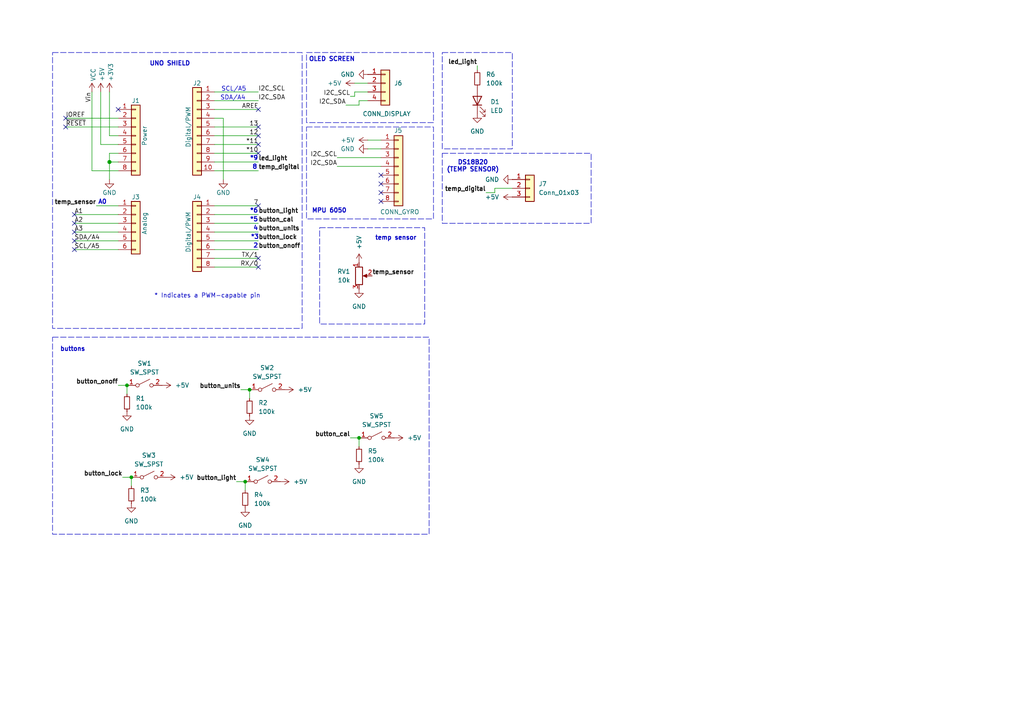
<source format=kicad_sch>
(kicad_sch (version 20231120) (generator "eeschema") (generator_version "8.0")
  (paper "A4")
  (title_block (title "Uno Shield ThermoPro") (date "2025-01-27") (rev "1.0") (company "Alexis Romo"))
  (lib_symbols
    (symbol "+5V_1" (power) (pin_numbers hide) (pin_names (offset 0) hide)
      (property "Value" "+5V" (at 0 3.556 0))
      (symbol "+5V_1_0_1"
        (polyline (pts (xy -0.762 1.27) (xy 0 2.54)))
        (polyline (pts (xy 0 0) (xy 0 2.54)))
        (polyline (pts (xy 0 2.54) (xy 0.762 1.27)))
      )
      (symbol "+5V_1_1_1"
        (pin power_in line (at 0 0 90) (length 0) (name "~") (number "1"))
      )
    )
    (symbol "Connector_Generic:Conn_01x03" (pin_names (offset 1.016) hide)
      (property "Reference" "J" (at 0 5.08 0))
      (property "Value" "Conn_01x03" (at 0 -5.08 0))
      (symbol "Conn_01x03_1_1"
        (rectangle (start -1.27 -2.413) (end 0 -2.667) (stroke (width 0.1524)))
        (rectangle (start -1.27 0.127) (end 0 -0.127) (stroke (width 0.1524)))
        (rectangle (start -1.27 2.667) (end 0 2.413) (stroke (width 0.1524)))
        (rectangle (start -1.27 3.81) (end 1.27 -3.81) (stroke (width 0.254)) (fill (type background)))
        (pin passive line (at -5.08 2.54 0) (length 3.81) (name "Pin_1") (number "1"))
        (pin passive line (at -5.08 0 0) (length 3.81) (name "Pin_2") (number "2"))
        (pin passive line (at -5.08 -2.54 0) (length 3.81) (name "Pin_3") (number "3"))
      )
    )
    (symbol "Connector_Generic:Conn_01x04" (pin_names (offset 1.016) hide)
      (property "Reference" "J" (at 0 5.08 0))
      (property "Value" "Conn_01x04" (at 0 -7.62 0))
      (symbol "Conn_01x04_1_1"
        (rectangle (start -1.27 -4.953) (end 0 -5.207) (stroke (width 0.1524)))
        (rectangle (start -1.27 -2.413) (end 0 -2.667) (stroke (width 0.1524)))
        (rectangle (start -1.27 0.127) (end 0 -0.127) (stroke (width 0.1524)))
        (rectangle (start -1.27 2.667) (end 0 2.413) (stroke (width 0.1524)))
        (rectangle (start -1.27 3.81) (end 1.27 -6.35) (stroke (width 0.254)) (fill (type background)))
        (pin passive line (at -5.08 2.54 0) (length 3.81) (name "Pin_1") (number "1"))
        (pin passive line (at -5.08 0 0) (length 3.81) (name "Pin_2") (number "2"))
        (pin passive line (at -5.08 -2.54 0) (length 3.81) (name "Pin_3") (number "3"))
        (pin passive line (at -5.08 -5.08 0) (length 3.81) (name "Pin_4") (number "4"))
      )
    )
    (symbol "Connector_Generic:Conn_01x06" (pin_names (offset 1.016) hide)
      (property "Reference" "J" (at 0 7.62 0))
      (property "Value" "Conn_01x06" (at 0 -10.16 0))
      (symbol "Conn_01x06_1_1"
        (rectangle (start -1.27 -7.493) (end 0 -7.747) (stroke (width 0.1524)))
        (rectangle (start -1.27 -4.953) (end 0 -5.207) (stroke (width 0.1524)))
        (rectangle (start -1.27 -2.413) (end 0 -2.667) (stroke (width 0.1524)))
        (rectangle (start -1.27 0.127) (end 0 -0.127) (stroke (width 0.1524)))
        (rectangle (start -1.27 2.667) (end 0 2.413) (stroke (width 0.1524)))
        (rectangle (start -1.27 5.207) (end 0 4.953) (stroke (width 0.1524)))
        (rectangle (start -1.27 6.35) (end 1.27 -8.89) (stroke (width 0.254)) (fill (type background)))
        (pin passive line (at -5.08 5.08 0) (length 3.81) (name "Pin_1") (number "1"))
        (pin passive line (at -5.08 2.54 0) (length 3.81) (name "Pin_2") (number "2"))
        (pin passive line (at -5.08 0 0) (length 3.81) (name "Pin_3") (number "3"))
        (pin passive line (at -5.08 -2.54 0) (length 3.81) (name "Pin_4") (number "4"))
        (pin passive line (at -5.08 -5.08 0) (length 3.81) (name "Pin_5") (number "5"))
        (pin passive line (at -5.08 -7.62 0) (length 3.81) (name "Pin_6") (number "6"))
      )
    )
    (symbol "Connector_Generic:Conn_01x08" (pin_names (offset 1.016) hide)
      (property "Reference" "J" (at 0 10.16 0))
      (property "Value" "Conn_01x08" (at 0 -12.7 0))
      (symbol "Conn_01x08_1_1"
        (rectangle (start -1.27 -10.033) (end 0 -10.287) (stroke (width 0.1524)))
        (rectangle (start -1.27 -7.493) (end 0 -7.747) (stroke (width 0.1524)))
        (rectangle (start -1.27 -4.953) (end 0 -5.207) (stroke (width 0.1524)))
        (rectangle (start -1.27 -2.413) (end 0 -2.667) (stroke (width 0.1524)))
        (rectangle (start -1.27 0.127) (end 0 -0.127) (stroke (width 0.1524)))
        (rectangle (start -1.27 2.667) (end 0 2.413) (stroke (width 0.1524)))
        (rectangle (start -1.27 5.207) (end 0 4.953) (stroke (width 0.1524)))
        (rectangle (start -1.27 7.747) (end 0 7.493) (stroke (width 0.1524)))
        (rectangle (start -1.27 8.89) (end 1.27 -11.43) (stroke (width 0.254)) (fill (type background)))
        (pin passive line (at -5.08 7.62 0) (length 3.81) (name "Pin_1") (number "1"))
        (pin passive line (at -5.08 5.08 0) (length 3.81) (name "Pin_2") (number "2"))
        (pin passive line (at -5.08 2.54 0) (length 3.81) (name "Pin_3") (number "3"))
        (pin passive line (at -5.08 0 0) (length 3.81) (name "Pin_4") (number "4"))
        (pin passive line (at -5.08 -2.54 0) (length 3.81) (name "Pin_5") (number "5"))
        (pin passive line (at -5.08 -5.08 0) (length 3.81) (name "Pin_6") (number "6"))
        (pin passive line (at -5.08 -7.62 0) (length 3.81) (name "Pin_7") (number "7"))
        (pin passive line (at -5.08 -10.16 0) (length 3.81) (name "Pin_8") (number "8"))
      )
    )
    (symbol "Connector_Generic:Conn_01x10" (pin_names (offset 1.016) hide)
      (property "Reference" "J" (at 0 12.7 0))
      (property "Value" "Conn_01x10" (at 0 -15.24 0))
      (symbol "Conn_01x10_1_1"
        (rectangle (start -1.27 -12.573) (end 0 -12.827) (stroke (width 0.1524)))
        (rectangle (start -1.27 -10.033) (end 0 -10.287) (stroke (width 0.1524)))
        (rectangle (start -1.27 -7.493) (end 0 -7.747) (stroke (width 0.1524)))
        (rectangle (start -1.27 -4.953) (end 0 -5.207) (stroke (width 0.1524)))
        (rectangle (start -1.27 -2.413) (end 0 -2.667) (stroke (width 0.1524)))
        (rectangle (start -1.27 0.127) (end 0 -0.127) (stroke (width 0.1524)))
        (rectangle (start -1.27 2.667) (end 0 2.413) (stroke (width 0.1524)))
        (rectangle (start -1.27 5.207) (end 0 4.953) (stroke (width 0.1524)))
        (rectangle (start -1.27 7.747) (end 0 7.493) (stroke (width 0.1524)))
        (rectangle (start -1.27 10.287) (end 0 10.033) (stroke (width 0.1524)))
        (rectangle (start -1.27 11.43) (end 1.27 -13.97) (stroke (width 0.254)) (fill (type background)))
        (pin passive line (at -5.08 10.16 0) (length 3.81) (name "Pin_1") (number "1"))
        (pin passive line (at -5.08 -12.7 0) (length 3.81) (name "Pin_10") (number "10"))
        (pin passive line (at -5.08 7.62 0) (length 3.81) (name "Pin_2") (number "2"))
        (pin passive line (at -5.08 5.08 0) (length 3.81) (name "Pin_3") (number "3"))
        (pin passive line (at -5.08 2.54 0) (length 3.81) (name "Pin_4") (number "4"))
        (pin passive line (at -5.08 0 0) (length 3.81) (name "Pin_5") (number "5"))
        (pin passive line (at -5.08 -2.54 0) (length 3.81) (name "Pin_6") (number "6"))
        (pin passive line (at -5.08 -5.08 0) (length 3.81) (name "Pin_7") (number "7"))
        (pin passive line (at -5.08 -7.62 0) (length 3.81) (name "Pin_8") (number "8"))
        (pin passive line (at -5.08 -10.16 0) (length 3.81) (name "Pin_9") (number "9"))
      )
    )
    (symbol "Device:LED" (pin_numbers hide) (pin_names (offset 1.016) hide)
      (property "Reference" "D" (at 0 2.54 0))
      (property "Value" "LED" (at 0 -2.54 0))
      (symbol "LED_0_1"
        (polyline (pts (xy -1.27 -1.27) (xy -1.27 1.27)) (stroke (width 0.254)))
        (polyline (pts (xy -1.27 0) (xy 1.27 0)))
        (polyline (pts (xy 1.27 -1.27) (xy 1.27 1.27) (xy -1.27 0) (xy 1.27 -1.27)) (stroke (width 0.254)))
        (polyline (pts (xy -3.048 -0.762) (xy -4.572 -2.286) (xy -3.81 -2.286) (xy -4.572 -2.286) (xy -4.572 -1.524)))
        (polyline (pts (xy -1.778 -0.762) (xy -3.302 -2.286) (xy -2.54 -2.286) (xy -3.302 -2.286) (xy -3.302 -1.524)))
      )
      (symbol "LED_1_1"
        (pin passive line (at -3.81 0 0) (length 2.54) (name "K") (number "1"))
        (pin passive line (at 3.81 0 180) (length 2.54) (name "A") (number "2"))
      )
    )
    (symbol "Device:R_Potentiometer" (pin_names (offset 1.016) hide)
      (property "Reference" "RV" (at -4.445 0 90))
      (property "Value" "R_Potentiometer" (at -2.54 0 90))
      (symbol "R_Potentiometer_0_1"
        (polyline (pts (xy 2.54 0) (xy 1.524 0)))
        (polyline (pts (xy 1.143 0) (xy 2.286 0.508) (xy 2.286 -0.508) (xy 1.143 0)) (fill (type outline)))
        (rectangle (start 1.016 2.54) (end -1.016 -2.54) (stroke (width 0.254)))
      )
      (symbol "R_Potentiometer_1_1"
        (pin passive line (at 0 3.81 270) (length 1.27) (name "1") (number "1"))
        (pin passive line (at 3.81 0 180) (length 1.27) (name "2") (number "2"))
        (pin passive line (at 0 -3.81 90) (length 1.27) (name "3") (number "3"))
      )
    )
    (symbol "Device:R_Small" (pin_numbers hide) (pin_names (offset 0.254) hide)
      (property "Reference" "R" (at 0.762 0.508 0))
      (property "Value" "R_Small" (at 0.762 -1.016 0))
      (symbol "R_Small_0_1"
        (rectangle (start -0.762 1.778) (end 0.762 -1.778) (stroke (width 0.2032)))
      )
      (symbol "R_Small_1_1"
        (pin passive line (at 0 2.54 270) (length 0.762) (name "~") (number "1"))
        (pin passive line (at 0 -2.54 90) (length 0.762) (name "~") (number "2"))
      )
    )
    (symbol "GND_1" (power) (pin_numbers hide) (pin_names (offset 0) hide)
      (property "Value" "GND" (at 0 -3.81 0))
      (symbol "GND_1_0_1"
        (polyline (pts (xy 0 0) (xy 0 -1.27) (xy 1.27 -1.27) (xy 0 -2.54) (xy -1.27 -1.27) (xy 0 -1.27)))
      )
      (symbol "GND_1_1_1"
        (pin power_in line (at 0 0 270) (length 0) (name "~") (number "1"))
      )
    )
    (symbol "Switch:SW_SPST" (pin_names (offset 0) hide)
      (property "Reference" "SW" (at 0 3.175 0))
      (property "Value" "SW_SPST" (at 0 -2.54 0))
      (symbol "SW_SPST_0_0"
        (circle (center -2.032 0) (radius 0.508))
        (polyline (pts (xy -1.524 0.254) (xy 1.524 1.778)))
        (circle (center 2.032 0) (radius 0.508))
      )
      (symbol "SW_SPST_1_1"
        (pin passive line (at -5.08 0 0) (length 2.54) (name "A") (number "1"))
        (pin passive line (at 5.08 0 180) (length 2.54) (name "B") (number "2"))
      )
    )
    (symbol "power:+3V3" (power) (pin_names (offset 0))
      (property "Value" "+3V3" (at 0 3.556 0))
      (symbol "+3V3_0_1"
        (polyline (pts (xy -0.762 1.27) (xy 0 2.54)))
        (polyline (pts (xy 0 0) (xy 0 2.54)))
        (polyline (pts (xy 0 2.54) (xy 0.762 1.27)))
      )
      (symbol "+3V3_1_1"
        (pin power_in line (at 0 0 90) (length 0) hide (name "+3V3") (number "1"))
      )
    )
    (symbol "power:+5V" (power) (pin_names (offset 0))
      (property "Value" "+5V" (at 0 3.556 0))
      (symbol "+5V_0_1"
        (polyline (pts (xy -0.762 1.27) (xy 0 2.54)))
        (polyline (pts (xy 0 0) (xy 0 2.54)))
        (polyline (pts (xy 0 2.54) (xy 0.762 1.27)))
      )
      (symbol "+5V_1_1"
        (pin power_in line (at 0 0 90) (length 0) hide (name "+5V") (number "1"))
      )
    )
    (symbol "power:GND" (power) (pin_names (offset 0))
      (property "Value" "GND" (at 0 -3.81 0))
      (symbol "GND_0_1"
        (polyline (pts (xy 0 0) (xy 0 -1.27) (xy 1.27 -1.27) (xy 0 -2.54) (xy -1.27 -1.27) (xy 0 -1.27)))
      )
      (symbol "GND_1_1"
        (pin power_in line (at 0 0 270) (length 0) hide (name "GND") (number "1"))
      )
    )
    (symbol "power:VCC" (power) (pin_names (offset 0))
      (property "Value" "VCC" (at 0 3.81 0))
      (symbol "VCC_0_1"
        (polyline (pts (xy -0.762 1.27) (xy 0 2.54)))
        (polyline (pts (xy 0 0) (xy 0 2.54)))
        (polyline (pts (xy 0 2.54) (xy 0.762 1.27)))
      )
      (symbol "VCC_1_1"
        (pin power_in line (at 0 0 90) (length 0) hide (name "VCC") (number "1"))
      )
    )
  )
  (junction (at 71.12 139.7))
  (junction (at 31.75 46.99) (diameter 1.016))
  (junction (at 36.83 111.76))
  (junction (at 38.1 138.43))
  (junction (at 104.14 127))
  (junction (at 72.39 113.03))
  (no_connect (at 110.49 55.88))
  (no_connect (at 21.59 69.85))
  (no_connect (at 74.93 31.75))
  (no_connect (at 74.93 44.45))
  (no_connect (at 110.49 50.8))
  (no_connect (at 21.59 64.77))
  (no_connect (at 74.93 41.91))
  (no_connect (at 110.49 58.42))
  (no_connect (at 74.93 77.47))
  (no_connect (at 74.93 39.37))
  (no_connect (at 110.49 53.34))
  (no_connect (at 19.05 36.83))
  (no_connect (at 74.93 36.83))
  (no_connect (at 74.93 59.69))
  (no_connect (at 21.59 62.23))
  (no_connect (at 34.29 31.75))
  (no_connect (at 21.59 67.31))
  (no_connect (at 19.05 34.29))
  (no_connect (at 74.93 74.93))
  (no_connect (at 21.59 72.39))
  (wire (pts (xy 62.23 77.47) (xy 74.93 77.47)))
  (wire (pts (xy 102.87 26.67) (xy 106.68 26.67)))
  (wire (pts (xy 62.23 44.45) (xy 74.93 44.45)))
  (wire (pts (xy 62.23 26.67) (xy 74.93 26.67)))
  (wire (pts (xy 101.6 27.94) (xy 102.87 27.94)))
  (wire (pts (xy 31.75 44.45) (xy 31.75 46.99)))
  (wire (pts (xy 102.87 24.13) (xy 106.68 24.13)))
  (wire (pts (xy 21.59 72.39) (xy 34.29 72.39)))
  (wire (pts (xy 72.39 113.03) (xy 72.39 115.57)))
  (wire (pts (xy 138.43 19.05) (xy 138.43 20.32)))
  (wire (pts (xy 31.75 46.99) (xy 31.75 52.07)))
  (wire (pts (xy 71.12 139.7) (xy 71.12 142.24)))
  (wire (pts (xy 31.75 39.37) (xy 34.29 39.37)))
  (wire (pts (xy 29.21 41.91) (xy 34.29 41.91)))
  (wire (pts (xy 29.21 26.67) (xy 29.21 41.91)))
  (wire (pts (xy 35.56 138.43) (xy 38.1 138.43)))
  (wire (pts (xy 104.14 29.21) (xy 104.14 30.48)))
  (wire (pts (xy 62.23 36.83) (xy 74.93 36.83)))
  (wire (pts (xy 31.75 26.67) (xy 31.75 39.37)))
  (wire (pts (xy 62.23 59.69) (xy 74.93 59.69)))
  (wire (pts (xy 143.51 54.61) (xy 148.59 54.61)))
  (wire (pts (xy 34.29 59.69) (xy 27.94 59.69)))
  (wire (pts (xy 62.23 39.37) (xy 74.93 39.37)))
  (wire (pts (xy 62.23 62.23) (xy 74.93 62.23)))
  (wire (pts (xy 62.23 46.99) (xy 74.93 46.99)))
  (wire (pts (xy 62.23 67.31) (xy 74.93 67.31)))
  (wire (pts (xy 19.05 34.29) (xy 34.29 34.29)))
  (wire (pts (xy 143.51 55.88) (xy 143.51 54.61)))
  (wire (pts (xy 64.77 34.29) (xy 64.77 52.07)))
  (wire (pts (xy 104.14 127) (xy 104.14 129.54)))
  (wire (pts (xy 62.23 31.75) (xy 74.93 31.75)))
  (wire (pts (xy 38.1 138.43) (xy 38.1 140.97)))
  (wire (pts (xy 34.29 64.77) (xy 21.59 64.77)))
  (wire (pts (xy 19.05 36.83) (xy 34.29 36.83)))
  (wire (pts (xy 102.87 27.94) (xy 102.87 26.67)))
  (wire (pts (xy 34.29 46.99) (xy 31.75 46.99)))
  (wire (pts (xy 34.29 111.76) (xy 36.83 111.76)))
  (wire (pts (xy 34.29 49.53) (xy 26.67 49.53)))
  (wire (pts (xy 101.6 127) (xy 104.14 127)))
  (wire (pts (xy 21.59 62.23) (xy 34.29 62.23)))
  (wire (pts (xy 36.83 111.76) (xy 36.83 114.3)))
  (wire (pts (xy 62.23 34.29) (xy 64.77 34.29)))
  (wire (pts (xy 106.68 43.18) (xy 110.49 43.18)))
  (wire (pts (xy 34.29 44.45) (xy 31.75 44.45)))
  (wire (pts (xy 106.68 29.21) (xy 104.14 29.21)))
  (wire (pts (xy 62.23 41.91) (xy 74.93 41.91)))
  (wire (pts (xy 140.97 55.88) (xy 143.51 55.88)))
  (wire (pts (xy 62.23 64.77) (xy 74.93 64.77)))
  (wire (pts (xy 21.59 67.31) (xy 34.29 67.31)))
  (wire (pts (xy 106.68 40.64) (xy 110.49 40.64)))
  (wire (pts (xy 62.23 29.21) (xy 74.93 29.21)))
  (wire (pts (xy 62.23 72.39) (xy 74.93 72.39)))
  (wire (pts (xy 104.14 30.48) (xy 100.33 30.48)))
  (wire (pts (xy 62.23 69.85) (xy 74.93 69.85)))
  (wire (pts (xy 97.79 45.72) (xy 110.49 45.72)))
  (wire (pts (xy 97.79 48.26) (xy 110.49 48.26)))
  (wire (pts (xy 68.58 139.7) (xy 71.12 139.7)))
  (wire (pts (xy 69.85 113.03) (xy 72.39 113.03)))
  (wire (pts (xy 62.23 74.93) (xy 74.93 74.93)))
  (wire (pts (xy 26.67 49.53) (xy 26.67 26.67)))
  (wire (pts (xy 34.29 69.85) (xy 21.59 69.85)))
  (wire (pts (xy 62.23 49.53) (xy 74.93 49.53)))
  (rectangle (start 15.24 15.24) (end 87.63 95.25) (stroke (width 0) (type dash)))
  (rectangle (start 128.27 44.45) (end 171.45 64.77) (stroke (width 0) (type dash)))
  (rectangle (start 15.24 97.79) (end 124.46 154.94) (stroke (width 0) (type dash)))
  (rectangle (start 128.27 15.24) (end 148.59 43.18) (stroke (width 0) (type dash)))
  (rectangle (start 88.9 15.24) (end 125.73 35.56) (stroke (width 0) (type dash)))
  (rectangle (start 92.71 66.04) (end 123.19 93.98) (stroke (width 0) (type dash)))
  (rectangle (start 113.03 154.94) (end 114.3 154.94))
  (rectangle (start 88.9 36.83) (end 125.73 63.5) (stroke (width 0) (type dash)))
  (text "buttons" (at 21.082 101.346 0) (effects (font (size 1.27 1.27) (thickness 0.254) (bold yes))))
  (text "*5" (at 73.66 63.754 0) (effects (font (size 1.27 1.27) (thickness 0.254) (bold yes))))
  (text "OLED SCREEN" (at 96.266 17.272 0) (effects (font (size 1.27 1.27) (thickness 0.254) (bold yes))))
  (text "SDA/A4" (at 67.564 28.448 0) (effects (font (size 1.27 1.27))))
  (text "UNO SHIELD" (at 49.276 18.542 0) (effects (font (size 1.27 1.27) (thickness 0.254) (bold yes))))
  (text "4" (at 74.168 66.294 0) (effects (font (size 1.27 1.27) (thickness 0.254) (bold yes))))
  (text "*9" (at 73.66 45.974 0) (effects (font (size 1.27 1.27) (thickness 0.254) (bold yes))))
  (text "2" (at 74.168 71.374 0) (effects (font (size 1.27 1.27) (thickness 0.254) (bold yes))))
  (text "SCL/A5" (at 67.818 25.908 0) (effects (font (size 1.27 1.27))))
  (text "MPU 6050" (at 95.504 61.214 0) (effects (font (size 1.27 1.27) (thickness 0.254) (bold yes))))
  (text "*3" (at 73.914 68.834 0) (effects (font (size 1.27 1.27) (thickness 0.254) (bold yes))))
  (text "8" (at 73.914 48.514 0) (effects (font (size 1.27 1.27) (thickness 0.254) (bold yes))))
  (text "* Indicates a PWM-capable pin" (at 44.704 86.614 0) (effects (font (size 1.27 1.27)) (justify left bottom)))
  (text "*6" (at 73.66 61.214 0) (effects (font (size 1.27 1.27) (thickness 0.254) (bold yes))))
  (text "DS18B20\n(TEMP SENSOR)" (at 137.16 48.26 0) (effects (font (size 1.27 1.27) (thickness 0.254) (bold yes))))
  (text "temp sensor" (at 114.808 69.088 0) (effects (font (size 1.27 1.27) (thickness 0.254) (bold yes))))
  (text "A0" (at 29.718 58.674 0) (effects (font (size 1.27 1.27) (thickness 0.254) (bold yes))))
  (label "led_light" (at 138.43 19.05 180) (effects (font (thickness 0.254) (bold yes))))
  (label "RX{slash}0" (at 74.93 77.47 180))
  (label "button_units" (at 69.85 113.03 180) (effects (font (thickness 0.254) (bold yes))))
  (label "A2" (at 21.59 64.77 0))
  (label "I2C_SCL" (at 101.6 27.94 180))
  (label "temp_sensor" (at 27.94 59.69 180) (effects (font (thickness 0.254) (bold yes))))
  (label "A3" (at 21.59 67.31 0))
  (label "13" (at 74.93 36.83 180))
  (label "button_lock" (at 35.56 138.43 180) (effects (font (thickness 0.254) (bold yes))))
  (label "12" (at 74.93 39.37 180))
  (label "button_units" (at 74.93 67.31 0) (effects (font (thickness 0.254) (bold yes))))
  (label "~{RESET}" (at 19.05 36.83 0))
  (label "*10" (at 74.93 44.45 180))
  (label "button_light" (at 74.93 62.23 0) (effects (font (thickness 0.254) (bold yes))))
  (label "temp_digital" (at 74.93 49.53 0) (effects (font (thickness 0.254) (bold yes))))
  (label "button_cal" (at 101.6 127 180) (effects (font (thickness 0.254) (bold yes))))
  (label "temp_digital" (at 140.97 55.88 180) (effects (font (thickness 0.254) (bold yes))))
  (label "button_lock" (at 74.93 69.85 0) (effects (font (thickness 0.254) (bold yes))))
  (label "7" (at 74.93 59.69 180))
  (label "button_onoff" (at 74.93 72.39 0) (effects (font (thickness 0.254) (bold yes))))
  (label "I2C_SDA" (at 97.79 48.26 180))
  (label "*11" (at 74.93 41.91 180))
  (label "button_onoff" (at 34.29 111.76 180) (effects (font (thickness 0.254) (bold yes))))
  (label "I2C_SDA" (at 100.33 30.48 180))
  (label "A1" (at 21.59 62.23 0))
  (label "button_cal" (at 74.93 64.77 0) (effects (font (thickness 0.254) (bold yes))))
  (label "TX{slash}1" (at 74.93 74.93 180))
  (label "led_light" (at 74.93 46.99 0) (effects (font (thickness 0.254) (bold yes))))
  (label "AREF" (at 74.93 31.75 180))
  (label "Vin" (at 26.67 26.67 270))
  (label "I2C_SCL" (at 97.79 45.72 180))
  (label "button_light" (at 68.58 139.7 180) (effects (font (thickness 0.254) (bold yes))))
  (label "IOREF" (at 19.05 34.29 0))
  (label "I2C_SCL" (at 74.93 26.67 0))
  (label "I2C_SDA" (at 74.93 29.21 0))
  (label "SDA{slash}A4" (at 21.59 69.85 0))
  (label "SCL{slash}A5" (at 21.59 72.39 0))
  (label "temp_sensor" (at 107.95 80.01 0) (effects (font (thickness 0.254) (bold yes))))
  (symbol (lib_id "Connector_Generic:Conn_01x08") (at 39.37 39.37 0) (unit 1)
    (property "Reference" "J1" (at 39.37 29.21 0))
    (property "Value" "Power" (at 41.91 39.37 90))
    (property "Footprint" "Connector_PinSocket_2.54mm:PinSocket_1x08_P2.54mm_Vertical" (effects (hide yes)))
  )
  (symbol (lib_id "power:+3V3") (at 31.75 26.67 0) (unit 1)
    (property "Reference" "#PWR03" (effects (hide yes)))
    (property "Value" "+3V3" (at 32.131 23.622 90) (effects (justify left)))
  )
  (symbol (lib_id "power:+5V") (at 29.21 26.67 0) (unit 1)
    (property "Reference" "#PWR02" (effects (hide yes)))
    (property "Value" "+5V" (at 29.5656 23.622 90) (effects (justify left)))
  )
  (symbol (lib_id "power:GND") (at 31.75 52.07 0) (unit 1)
    (property "Reference" "#PWR04" (effects (hide yes)))
    (property "Value" "GND" (at 31.75 55.88 0))
  )
  (symbol (lib_id "Connector_Generic:Conn_01x10") (at 57.15 36.83 0) (mirror y) (unit 1)
    (property "Reference" "J2" (at 57.15 24.13 0))
    (property "Value" "Digital/PWM" (at 54.61 36.83 90))
    (property "Footprint" "Connector_PinSocket_2.54mm:PinSocket_1x10_P2.54mm_Vertical" (effects (hide yes)))
  )
  (symbol (lib_id "power:GND") (at 64.77 52.07 0) (unit 1)
    (property "Reference" "#PWR05" (effects (hide yes)))
    (property "Value" "GND" (at 64.77 55.88 0))
  )
  (symbol (lib_id "Connector_Generic:Conn_01x06") (at 39.37 64.77 0) (unit 1)
    (property "Reference" "J3" (at 39.37 57.15 0))
    (property "Value" "Analog" (at 41.91 64.77 90))
    (property "Footprint" "Connector_PinSocket_2.54mm:PinSocket_1x06_P2.54mm_Vertical" (effects (hide yes)))
  )
  (symbol (lib_id "Connector_Generic:Conn_01x08") (at 57.15 67.31 0) (mirror y) (unit 1)
    (property "Reference" "J4" (at 57.15 57.15 0))
    (property "Value" "Digital/PWM" (at 54.61 67.31 90))
    (property "Footprint" "Connector_PinSocket_2.54mm:PinSocket_1x08_P2.54mm_Vertical" (effects (hide yes)))
  )
  (symbol (lib_id "Switch:SW_SPST") (at 109.22 127 0) (unit 1)
    (property "Reference" "SW5" (at 109.22 120.65 0))
    (property "Value" "SW_SPST" (at 109.22 123.19 0))
    (property "Footprint" "Button_Switch_THT:SW_PUSH_6mm" (effects (hide yes)))
    (property "Description" "Single Pole Single Throw (SPST) switch" (effects (hide yes)))
  )
  (symbol (lib_name "GND_1") (lib_id "power:GND") (at 71.12 147.32 0) (unit 1)
    (property "Reference" "#PWR016" (effects (hide yes)))
    (property "Value" "GND" (at 71.12 152.4 0))
    (property "Description" "Power symbol creates a global label with name \"GND\" , ground" (effects (hide yes)))
  )
  (symbol (lib_name "GND_1") (lib_id "power:GND") (at 106.68 21.59 270) (unit 1)
    (property "Reference" "#PWR09" (effects (hide yes)))
    (property "Value" "GND" (at 102.87 21.5899 90) (effects (justify right)))
    (property "Description" "Power symbol creates a global label with name \"GND\" , ground" (effects (hide yes)))
  )
  (symbol (lib_id "Device:R_Small") (at 104.14 132.08 0) (unit 1)
    (property "Reference" "R5" (at 106.68 130.8099 0) (effects (justify left)))
    (property "Value" "100k" (at 106.68 133.3499 0) (effects (justify left)))
    (property "Footprint" "Resistor_THT:R_Axial_DIN0207_L6.3mm_D2.5mm_P10.16mm_Horizontal" (effects (hide yes)))
    (property "Description" "Resistor, small symbol" (effects (hide yes)))
  )
  (symbol (lib_id "Connector_Generic:Conn_01x08") (at 115.57 48.26 0) (unit 1)
    (property "Reference" "J5" (at 114.3 37.846 0) (effects (justify left)))
    (property "Value" "CONN_GYRO" (at 110.236 61.468 0) (effects (justify left)))
    (property "Footprint" "Connector_PinSocket_2.54mm:PinSocket_1x08_P2.54mm_Vertical" (effects (hide yes)))
    (property "Description" "Generic connector, single row, 01x08, script generated (kicad-library-utils/schlib/autogen/connector/)" (effects (hide yes)))
  )
  (symbol (lib_name "+5V_1") (lib_id "power:+5V") (at 81.28 139.7 270) (unit 1)
    (property "Reference" "#PWR017" (effects (hide yes)))
    (property "Value" "+5V" (at 85.09 139.6999 90) (effects (justify left)))
    (property "Description" "Power symbol creates a global label with name \"+5V\"" (effects (hide yes)))
  )
  (symbol (lib_name "GND_1") (lib_id "power:GND") (at 38.1 146.05 0) (unit 1)
    (property "Reference" "#PWR014" (effects (hide yes)))
    (property "Value" "GND" (at 38.1 151.13 0))
    (property "Description" "Power symbol creates a global label with name \"GND\" , ground" (effects (hide yes)))
  )
  (symbol (lib_id "Connector_Generic:Conn_01x04") (at 111.76 24.13 0) (unit 1)
    (property "Reference" "J6" (at 114.3 24.1299 0) (effects (justify left)))
    (property "Value" "CONN_DISPLAY" (at 105.156 33.02 0) (effects (justify left)))
    (property "Footprint" "Connector_PinSocket_2.54mm:PinSocket_1x04_P2.54mm_Vertical" (effects (hide yes)))
    (property "Description" "Generic connector, single row, 01x04, script generated (kicad-library-utils/schlib/autogen/connector/)" (effects (hide yes)))
  )
  (symbol (lib_name "+5V_1") (lib_id "power:+5V") (at 106.68 40.64 90) (unit 1)
    (property "Reference" "#PWR06" (effects (hide yes)))
    (property "Value" "+5V" (at 102.87 40.6399 90) (effects (justify left)))
    (property "Description" "Power symbol creates a global label with name \"+5V\"" (effects (hide yes)))
  )
  (symbol (lib_name "+5V_1") (lib_id "power:+5V") (at 114.3 127 270) (unit 1)
    (property "Reference" "#PWR019" (effects (hide yes)))
    (property "Value" "+5V" (at 118.11 126.9999 90) (effects (justify left)))
    (property "Description" "Power symbol creates a global label with name \"+5V\"" (effects (hide yes)))
  )
  (symbol (lib_name "GND_1") (lib_id "power:GND") (at 148.59 52.07 270) (unit 1)
    (property "Reference" "#PWR024" (effects (hide yes)))
    (property "Value" "GND" (at 144.78 52.0699 90) (effects (justify right)))
    (property "Description" "Power symbol creates a global label with name \"GND\" , ground" (effects (hide yes)))
  )
  (symbol (lib_id "Switch:SW_SPST") (at 41.91 111.76 0) (unit 1)
    (property "Reference" "SW1" (at 41.91 105.41 0))
    (property "Value" "SW_SPST" (at 41.91 107.95 0))
    (property "Footprint" "Button_Switch_THT:SW_PUSH_6mm" (effects (hide yes)))
    (property "Description" "Single Pole Single Throw (SPST) switch" (effects (hide yes)))
  )
  (symbol (lib_id "Switch:SW_SPST") (at 76.2 139.7 0) (unit 1)
    (property "Reference" "SW4" (at 76.2 133.35 0))
    (property "Value" "SW_SPST" (at 76.2 135.89 0))
    (property "Footprint" "Button_Switch_THT:SW_PUSH_6mm" (effects (hide yes)))
    (property "Description" "Single Pole Single Throw (SPST) switch" (effects (hide yes)))
  )
  (symbol (lib_id "power:VCC") (at 26.67 26.67 0) (unit 1)
    (property "Reference" "#PWR01" (effects (hide yes)))
    (property "Value" "VCC" (at 27.051 23.622 90) (effects (justify left)))
  )
  (symbol (lib_name "+5V_1") (lib_id "power:+5V") (at 48.26 138.43 270) (unit 1)
    (property "Reference" "#PWR015" (effects (hide yes)))
    (property "Value" "+5V" (at 52.07 138.4299 90) (effects (justify left)))
    (property "Description" "Power symbol creates a global label with name \"+5V\"" (effects (hide yes)))
  )
  (symbol (lib_id "Device:R_Potentiometer") (at 104.14 80.01 0) (unit 1)
    (property "Reference" "RV1" (at 101.6 78.7399 0) (effects (justify right)))
    (property "Value" "10k" (at 101.6 81.2799 0) (effects (justify right)))
    (property "Footprint" "Potentiometer_THT:Potentiometer_Bourns_3386P_Vertical" (effects (hide yes)))
    (property "Description" "Potentiometer" (effects (hide yes)))
  )
  (symbol (lib_id "Device:R_Small") (at 72.39 118.11 0) (unit 1)
    (property "Reference" "R2" (at 74.93 116.8399 0) (effects (justify left)))
    (property "Value" "100k" (at 74.93 119.3799 0) (effects (justify left)))
    (property "Footprint" "Resistor_THT:R_Axial_DIN0207_L6.3mm_D2.5mm_P10.16mm_Horizontal" (effects (hide yes)))
    (property "Description" "Resistor, small symbol" (effects (hide yes)))
  )
  (symbol (lib_id "Device:R_Small") (at 36.83 116.84 0) (unit 1)
    (property "Reference" "R1" (at 39.37 115.5699 0) (effects (justify left)))
    (property "Value" "100k" (at 39.37 118.1099 0) (effects (justify left)))
    (property "Footprint" "Resistor_THT:R_Axial_DIN0207_L6.3mm_D2.5mm_P10.16mm_Horizontal" (effects (hide yes)))
    (property "Description" "Resistor, small symbol" (effects (hide yes)))
  )
  (symbol (lib_name "+5V_1") (lib_id "power:+5V") (at 46.99 111.76 270) (unit 1)
    (property "Reference" "#PWR011" (effects (hide yes)))
    (property "Value" "+5V" (at 50.8 111.7599 90) (effects (justify left)))
    (property "Description" "Power symbol creates a global label with name \"+5V\"" (effects (hide yes)))
  )
  (symbol (lib_id "Device:LED") (at 138.43 29.21 90) (unit 1)
    (property "Reference" "D1" (at 142.24 29.5274 90) (effects (justify right)))
    (property "Value" "LED" (at 142.24 32.0674 90) (effects (justify right)))
    (property "Footprint" "LED_THT:LED_D5.0mm" (effects (hide yes)))
    (property "Description" "Light emitting diode" (effects (hide yes)))
  )
  (symbol (lib_id "Connector_Generic:Conn_01x03") (at 153.67 54.61 0) (unit 1)
    (property "Reference" "J7" (at 156.21 53.3399 0) (effects (justify left)))
    (property "Value" "Conn_01x03" (at 156.21 55.8799 0) (effects (justify left)))
    (property "Footprint" "Connector_JUST:JUST_XH_B3B-XH-A_1x03_P2.50mm_Vertical" (effects (hide yes)))
    (property "Description" "Generic connector, single row, 01x03, script generated (kicad-library-utils/schlib/autogen/connector/)" (effects (hide yes)))
  )
  (symbol (lib_name "+5V_1") (lib_id "power:+5V") (at 104.14 76.2 0) (unit 1)
    (property "Reference" "#PWR021" (effects (hide yes)))
    (property "Value" "+5V" (at 104.1399 72.39 90) (effects (justify left)))
    (property "Description" "Power symbol creates a global label with name \"+5V\"" (effects (hide yes)))
  )
  (symbol (lib_id "Switch:SW_SPST") (at 77.47 113.03 0) (unit 1)
    (property "Reference" "SW2" (at 77.47 106.68 0))
    (property "Value" "SW_SPST" (at 77.47 109.22 0))
    (property "Footprint" "Button_Switch_THT:SW_PUSH_6mm" (effects (hide yes)))
    (property "Description" "Single Pole Single Throw (SPST) switch" (effects (hide yes)))
  )
  (symbol (lib_name "+5V_1") (lib_id "power:+5V") (at 102.87 24.13 90) (unit 1)
    (property "Reference" "#PWR08" (effects (hide yes)))
    (property "Value" "+5V" (at 99.06 24.1299 90) (effects (justify left)))
    (property "Description" "Power symbol creates a global label with name \"+5V\"" (effects (hide yes)))
  )
  (symbol (lib_name "GND_1") (lib_id "power:GND") (at 36.83 119.38 0) (unit 1)
    (property "Reference" "#PWR010" (effects (hide yes)))
    (property "Value" "GND" (at 36.83 124.46 0))
    (property "Description" "Power symbol creates a global label with name \"GND\" , ground" (effects (hide yes)))
  )
  (symbol (lib_name "+5V_1") (lib_id "power:+5V") (at 148.59 57.15 90) (unit 1)
    (property "Reference" "#PWR023" (effects (hide yes)))
    (property "Value" "+5V" (at 144.78 57.1501 90) (effects (justify left)))
    (property "Description" "Power symbol creates a global label with name \"+5V\"" (effects (hide yes)))
  )
  (symbol (lib_name "GND_1") (lib_id "power:GND") (at 72.39 120.65 0) (unit 1)
    (property "Reference" "#PWR012" (effects (hide yes)))
    (property "Value" "GND" (at 72.39 125.73 0))
    (property "Description" "Power symbol creates a global label with name \"GND\" , ground" (effects (hide yes)))
  )
  (symbol (lib_id "Device:R_Small") (at 138.43 22.86 0) (unit 1)
    (property "Reference" "R6" (at 140.97 21.5899 0) (effects (justify left)))
    (property "Value" "100k" (at 140.97 24.1299 0) (effects (justify left)))
    (property "Footprint" "Resistor_THT:R_Axial_DIN0207_L6.3mm_D2.5mm_P10.16mm_Horizontal" (effects (hide yes)))
    (property "Description" "Resistor, small symbol" (effects (hide yes)))
  )
  (symbol (lib_name "GND_1") (lib_id "power:GND") (at 106.68 43.18 270) (unit 1)
    (property "Reference" "#PWR07" (effects (hide yes)))
    (property "Value" "GND" (at 102.87 43.1799 90) (effects (justify right)))
    (property "Description" "Power symbol creates a global label with name \"GND\" , ground" (effects (hide yes)))
  )
  (symbol (lib_id "Switch:SW_SPST") (at 43.18 138.43 0) (unit 1)
    (property "Reference" "SW3" (at 43.18 132.08 0))
    (property "Value" "SW_SPST" (at 43.18 134.62 0))
    (property "Footprint" "Button_Switch_THT:SW_PUSH_6mm" (effects (hide yes)))
    (property "Description" "Single Pole Single Throw (SPST) switch" (effects (hide yes)))
  )
  (symbol (lib_name "GND_1") (lib_id "power:GND") (at 104.14 134.62 0) (unit 1)
    (property "Reference" "#PWR018" (effects (hide yes)))
    (property "Value" "GND" (at 104.14 139.7 0))
    (property "Description" "Power symbol creates a global label with name \"GND\" , ground" (effects (hide yes)))
  )
  (symbol (lib_name "GND_1") (lib_id "power:GND") (at 138.43 33.02 0) (unit 1)
    (property "Reference" "#PWR020" (effects (hide yes)))
    (property "Value" "GND" (at 138.43 38.1 0))
    (property "Description" "Power symbol creates a global label with name \"GND\" , ground" (effects (hide yes)))
  )
  (symbol (lib_name "GND_1") (lib_id "power:GND") (at 104.14 83.82 0) (unit 1)
    (property "Reference" "#PWR022" (effects (hide yes)))
    (property "Value" "GND" (at 104.14 88.9 0))
    (property "Description" "Power symbol creates a global label with name \"GND\" , ground" (effects (hide yes)))
  )
  (symbol (lib_name "+5V_1") (lib_id "power:+5V") (at 82.55 113.03 270) (unit 1)
    (property "Reference" "#PWR013" (effects (hide yes)))
    (property "Value" "+5V" (at 86.36 113.0299 90) (effects (justify left)))
    (property "Description" "Power symbol creates a global label with name \"+5V\"" (effects (hide yes)))
  )
  (symbol (lib_id "Device:R_Small") (at 71.12 144.78 0) (unit 1)
    (property "Reference" "R4" (at 73.66 143.5099 0) (effects (justify left)))
    (property "Value" "100k" (at 73.66 146.0499 0) (effects (justify left)))
    (property "Footprint" "Resistor_THT:R_Axial_DIN0207_L6.3mm_D2.5mm_P10.16mm_Horizontal" (effects (hide yes)))
    (property "Description" "Resistor, small symbol" (effects (hide yes)))
  )
  (symbol (lib_id "Device:R_Small") (at 38.1 143.51 0) (unit 1)
    (property "Reference" "R3" (at 40.64 142.2399 0) (effects (justify left)))
    (property "Value" "100k" (at 40.64 144.7799 0) (effects (justify left)))
    (property "Footprint" "Resistor_THT:R_Axial_DIN0207_L6.3mm_D2.5mm_P10.16mm_Horizontal" (effects (hide yes)))
    (property "Description" "Resistor, small symbol" (effects (hide yes)))
  )
)
</source>
